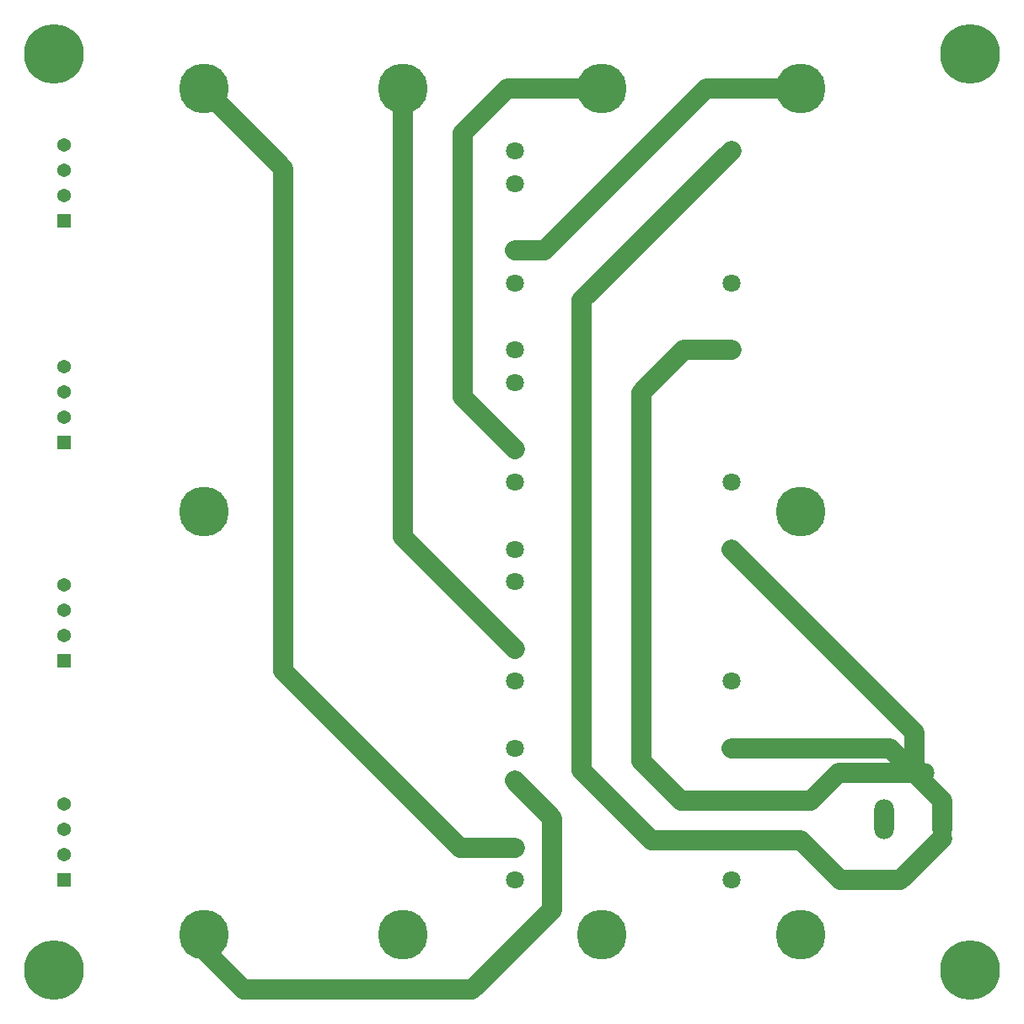
<source format=gbl>
G04*
G04 #@! TF.GenerationSoftware,Altium Limited,CircuitStudio,1.5.2 (1.5.2.30)*
G04*
G04 Layer_Physical_Order=2*
G04 Layer_Color=16711680*
%FSLAX44Y44*%
%MOMM*%
G71*
G01*
G75*
%ADD11C,2.0000*%
%ADD12O,2.0000X4.0000*%
%ADD13O,4.0000X2.0000*%
%ADD14C,1.3700*%
%ADD15R,1.3700X1.3700*%
%ADD16C,1.8000*%
%ADD17C,5.0000*%
%ADD18C,6.0000*%
D11*
X1158000Y492000D02*
X1186000Y464000D01*
Y444000D02*
Y464000D01*
X1044000Y424000D02*
X1084000Y384000D01*
X894000Y424000D02*
X1044000D01*
X824000Y494000D02*
X894000Y424000D01*
X926500Y916500D02*
X974000D01*
X884000Y874000D02*
X926500Y916500D01*
X884000Y504000D02*
Y874000D01*
X924000Y464000D02*
X1054000D01*
X884000Y504000D02*
X924000Y464000D01*
X824000Y966500D02*
X974000Y1116500D01*
X824000Y494000D02*
Y966500D01*
X749000Y1179000D02*
X844000D01*
X704000Y1134000D02*
X749000Y1179000D01*
X704000Y869000D02*
Y1134000D01*
Y869000D02*
X756500Y816500D01*
X444000Y1179000D02*
X524000Y1099000D01*
X1133500Y516500D02*
X1158000Y492000D01*
X974000Y516500D02*
X1133500D01*
X1158000Y492000D02*
Y532500D01*
X974000Y716500D02*
X1158000Y532500D01*
X1082000Y492000D02*
X1158000D01*
X1054000Y464000D02*
X1082000Y492000D01*
X1144000Y384000D02*
X1186000Y426000D01*
X1084000Y384000D02*
X1144000D01*
X756500Y484000D02*
X794000Y446500D01*
Y354000D02*
Y446500D01*
X714000Y274000D02*
X794000Y354000D01*
X484000Y274000D02*
X714000D01*
X444000Y314000D02*
X484000Y274000D01*
X444000Y314000D02*
Y329000D01*
X701500Y416500D02*
X756500D01*
X524000Y594000D02*
X701500Y416500D01*
X524000Y594000D02*
Y1099000D01*
X644000Y729000D02*
X756500Y616500D01*
X644000Y729000D02*
Y1179000D01*
X756500Y1016500D02*
X786500D01*
X949000Y1179000D01*
X1044000D01*
D12*
X1128000Y445000D02*
D03*
X1186000Y444000D02*
D03*
D13*
X1158000Y492000D02*
D03*
D14*
X304000Y680200D02*
D03*
Y654800D02*
D03*
Y629400D02*
D03*
Y460130D02*
D03*
Y434730D02*
D03*
Y409330D02*
D03*
Y900200D02*
D03*
Y874800D02*
D03*
Y849400D02*
D03*
Y1122320D02*
D03*
Y1096920D02*
D03*
Y1071520D02*
D03*
D15*
Y604000D02*
D03*
Y383930D02*
D03*
Y824000D02*
D03*
Y1046120D02*
D03*
D16*
X974000Y584000D02*
D03*
Y716500D02*
D03*
X756500D02*
D03*
Y684000D02*
D03*
Y616500D02*
D03*
Y584000D02*
D03*
X974000Y384000D02*
D03*
Y516500D02*
D03*
X756500D02*
D03*
Y484000D02*
D03*
Y416500D02*
D03*
Y384000D02*
D03*
X974000Y784000D02*
D03*
Y916500D02*
D03*
X756500D02*
D03*
Y884000D02*
D03*
Y816500D02*
D03*
Y784000D02*
D03*
X974000Y984000D02*
D03*
Y1116500D02*
D03*
X756500D02*
D03*
Y1084000D02*
D03*
Y1016500D02*
D03*
Y984000D02*
D03*
D17*
X1044000Y754000D02*
D03*
X444000D02*
D03*
X1044000Y1179000D02*
D03*
X444000D02*
D03*
Y329000D02*
D03*
X1044000D02*
D03*
X844000D02*
D03*
X644000D02*
D03*
X844000Y1179000D02*
D03*
X644000D02*
D03*
D18*
X294000Y1214000D02*
D03*
X1214000D02*
D03*
Y294000D02*
D03*
X294000D02*
D03*
M02*

</source>
